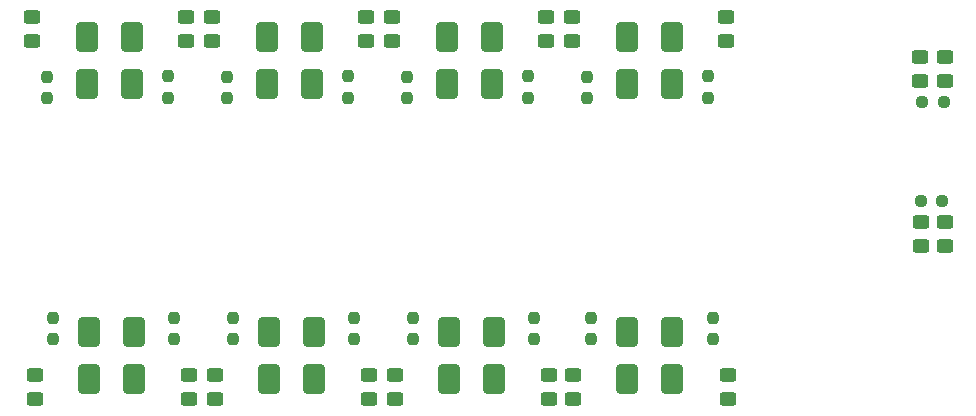
<source format=gbr>
%TF.GenerationSoftware,KiCad,Pcbnew,8.0.2*%
%TF.CreationDate,2024-07-03T12:32:50+02:00*%
%TF.ProjectId,OSSD_TEST_PCB,4f535344-5f54-4455-9354-5f5043422e6b,rev?*%
%TF.SameCoordinates,Original*%
%TF.FileFunction,Paste,Top*%
%TF.FilePolarity,Positive*%
%FSLAX46Y46*%
G04 Gerber Fmt 4.6, Leading zero omitted, Abs format (unit mm)*
G04 Created by KiCad (PCBNEW 8.0.2) date 2024-07-03 12:32:50*
%MOMM*%
%LPD*%
G01*
G04 APERTURE LIST*
G04 Aperture macros list*
%AMRoundRect*
0 Rectangle with rounded corners*
0 $1 Rounding radius*
0 $2 $3 $4 $5 $6 $7 $8 $9 X,Y pos of 4 corners*
0 Add a 4 corners polygon primitive as box body*
4,1,4,$2,$3,$4,$5,$6,$7,$8,$9,$2,$3,0*
0 Add four circle primitives for the rounded corners*
1,1,$1+$1,$2,$3*
1,1,$1+$1,$4,$5*
1,1,$1+$1,$6,$7*
1,1,$1+$1,$8,$9*
0 Add four rect primitives between the rounded corners*
20,1,$1+$1,$2,$3,$4,$5,0*
20,1,$1+$1,$4,$5,$6,$7,0*
20,1,$1+$1,$6,$7,$8,$9,0*
20,1,$1+$1,$8,$9,$2,$3,0*%
G04 Aperture macros list end*
%ADD10RoundRect,0.250000X0.650000X-1.000000X0.650000X1.000000X-0.650000X1.000000X-0.650000X-1.000000X0*%
%ADD11RoundRect,0.250000X0.450000X-0.325000X0.450000X0.325000X-0.450000X0.325000X-0.450000X-0.325000X0*%
%ADD12RoundRect,0.250000X-0.650000X1.000000X-0.650000X-1.000000X0.650000X-1.000000X0.650000X1.000000X0*%
%ADD13RoundRect,0.237500X0.237500X-0.250000X0.237500X0.250000X-0.237500X0.250000X-0.237500X-0.250000X0*%
%ADD14RoundRect,0.237500X-0.237500X0.250000X-0.237500X-0.250000X0.237500X-0.250000X0.237500X0.250000X0*%
%ADD15RoundRect,0.250000X-0.450000X0.325000X-0.450000X-0.325000X0.450000X-0.325000X0.450000X0.325000X0*%
%ADD16RoundRect,0.237500X-0.250000X-0.237500X0.250000X-0.237500X0.250000X0.237500X-0.250000X0.237500X0*%
G04 APERTURE END LIST*
D10*
%TO.C,D504*%
X121285000Y-116681000D03*
X121285000Y-112681000D03*
%TD*%
D11*
%TO.C,D301*%
X143383000Y-118373000D03*
X143383000Y-116323000D03*
%TD*%
D12*
%TO.C,D804*%
X147828000Y-87662000D03*
X147828000Y-91662000D03*
%TD*%
D13*
%TO.C,R401*%
X129667000Y-113307500D03*
X129667000Y-111482500D03*
%TD*%
D11*
%TO.C,D1004*%
X187833000Y-91449000D03*
X187833000Y-89399000D03*
%TD*%
D14*
%TO.C,R902*%
X159639000Y-91059000D03*
X159639000Y-92884000D03*
%TD*%
D13*
%TO.C,R502*%
X124714000Y-113284000D03*
X124714000Y-111459000D03*
%TD*%
D12*
%TO.C,D604*%
X117348000Y-87662000D03*
X117348000Y-91662000D03*
%TD*%
D10*
%TO.C,D202*%
X163068000Y-116681000D03*
X163068000Y-112681000D03*
%TD*%
D15*
%TO.C,D901*%
X171450000Y-85970000D03*
X171450000Y-88020000D03*
%TD*%
D12*
%TO.C,D704*%
X132588000Y-87662000D03*
X132588000Y-91662000D03*
%TD*%
%TO.C,D802*%
X151638000Y-87662000D03*
X151638000Y-91662000D03*
%TD*%
D11*
%TO.C,D303*%
X156464000Y-118373000D03*
X156464000Y-116323000D03*
%TD*%
D12*
%TO.C,D902*%
X166878000Y-87662000D03*
X166878000Y-91662000D03*
%TD*%
D15*
%TO.C,D801*%
X156210000Y-85970000D03*
X156210000Y-88020000D03*
%TD*%
%TO.C,D601*%
X125730000Y-85970000D03*
X125730000Y-88020000D03*
%TD*%
D10*
%TO.C,D404*%
X136525000Y-116681000D03*
X136525000Y-112681000D03*
%TD*%
D11*
%TO.C,D1001*%
X187916000Y-105419000D03*
X187916000Y-103369000D03*
%TD*%
D14*
%TO.C,R801*%
X154686000Y-91035500D03*
X154686000Y-92860500D03*
%TD*%
D10*
%TO.C,D302*%
X147955000Y-116681000D03*
X147955000Y-112681000D03*
%TD*%
D16*
%TO.C,R1001*%
X187936500Y-101600000D03*
X189761500Y-101600000D03*
%TD*%
D14*
%TO.C,R802*%
X144399000Y-91059000D03*
X144399000Y-92884000D03*
%TD*%
D13*
%TO.C,R301*%
X144907000Y-113307500D03*
X144907000Y-111482500D03*
%TD*%
D11*
%TO.C,D401*%
X128143000Y-118373000D03*
X128143000Y-116323000D03*
%TD*%
D13*
%TO.C,R202*%
X170307000Y-113284000D03*
X170307000Y-111459000D03*
%TD*%
%TO.C,R201*%
X160020000Y-113307500D03*
X160020000Y-111482500D03*
%TD*%
D15*
%TO.C,D803*%
X143129000Y-85970000D03*
X143129000Y-88020000D03*
%TD*%
D13*
%TO.C,R302*%
X155194000Y-113284000D03*
X155194000Y-111459000D03*
%TD*%
D11*
%TO.C,D403*%
X141224000Y-118373000D03*
X141224000Y-116323000D03*
%TD*%
D10*
%TO.C,D204*%
X166878000Y-116681000D03*
X166878000Y-112681000D03*
%TD*%
D12*
%TO.C,D702*%
X136398000Y-87662000D03*
X136398000Y-91662000D03*
%TD*%
D10*
%TO.C,D402*%
X132715000Y-116681000D03*
X132715000Y-112681000D03*
%TD*%
D11*
%TO.C,D503*%
X125984000Y-118373000D03*
X125984000Y-116323000D03*
%TD*%
D14*
%TO.C,R602*%
X113919000Y-91059000D03*
X113919000Y-92884000D03*
%TD*%
D11*
%TO.C,D501*%
X112903000Y-118373000D03*
X112903000Y-116323000D03*
%TD*%
%TO.C,D203*%
X171577000Y-118373000D03*
X171577000Y-116323000D03*
%TD*%
D14*
%TO.C,R901*%
X169926000Y-91035500D03*
X169926000Y-92860500D03*
%TD*%
D11*
%TO.C,D201*%
X158496000Y-118373000D03*
X158496000Y-116323000D03*
%TD*%
D10*
%TO.C,D502*%
X117475000Y-116681000D03*
X117475000Y-112681000D03*
%TD*%
D15*
%TO.C,D903*%
X158369000Y-85970000D03*
X158369000Y-88020000D03*
%TD*%
D14*
%TO.C,R702*%
X129159000Y-91059000D03*
X129159000Y-92884000D03*
%TD*%
D15*
%TO.C,D701*%
X140970000Y-85970000D03*
X140970000Y-88020000D03*
%TD*%
D14*
%TO.C,R701*%
X139446000Y-91035500D03*
X139446000Y-92860500D03*
%TD*%
D13*
%TO.C,R402*%
X139954000Y-113284000D03*
X139954000Y-111459000D03*
%TD*%
D16*
%TO.C,R1002*%
X188063500Y-93218000D03*
X189888500Y-93218000D03*
%TD*%
D15*
%TO.C,D1002*%
X189992000Y-89399000D03*
X189992000Y-91449000D03*
%TD*%
D14*
%TO.C,R601*%
X124206000Y-91035500D03*
X124206000Y-92860500D03*
%TD*%
D12*
%TO.C,D904*%
X163068000Y-87662000D03*
X163068000Y-91662000D03*
%TD*%
D13*
%TO.C,R501*%
X114427000Y-113307500D03*
X114427000Y-111482500D03*
%TD*%
D15*
%TO.C,D703*%
X127889000Y-85970000D03*
X127889000Y-88020000D03*
%TD*%
D12*
%TO.C,D602*%
X121158000Y-87662000D03*
X121158000Y-91662000D03*
%TD*%
D10*
%TO.C,D304*%
X151765000Y-116681000D03*
X151765000Y-112681000D03*
%TD*%
D15*
%TO.C,D603*%
X112649000Y-85970000D03*
X112649000Y-88020000D03*
%TD*%
%TO.C,D1003*%
X189992000Y-103369000D03*
X189992000Y-105419000D03*
%TD*%
M02*

</source>
